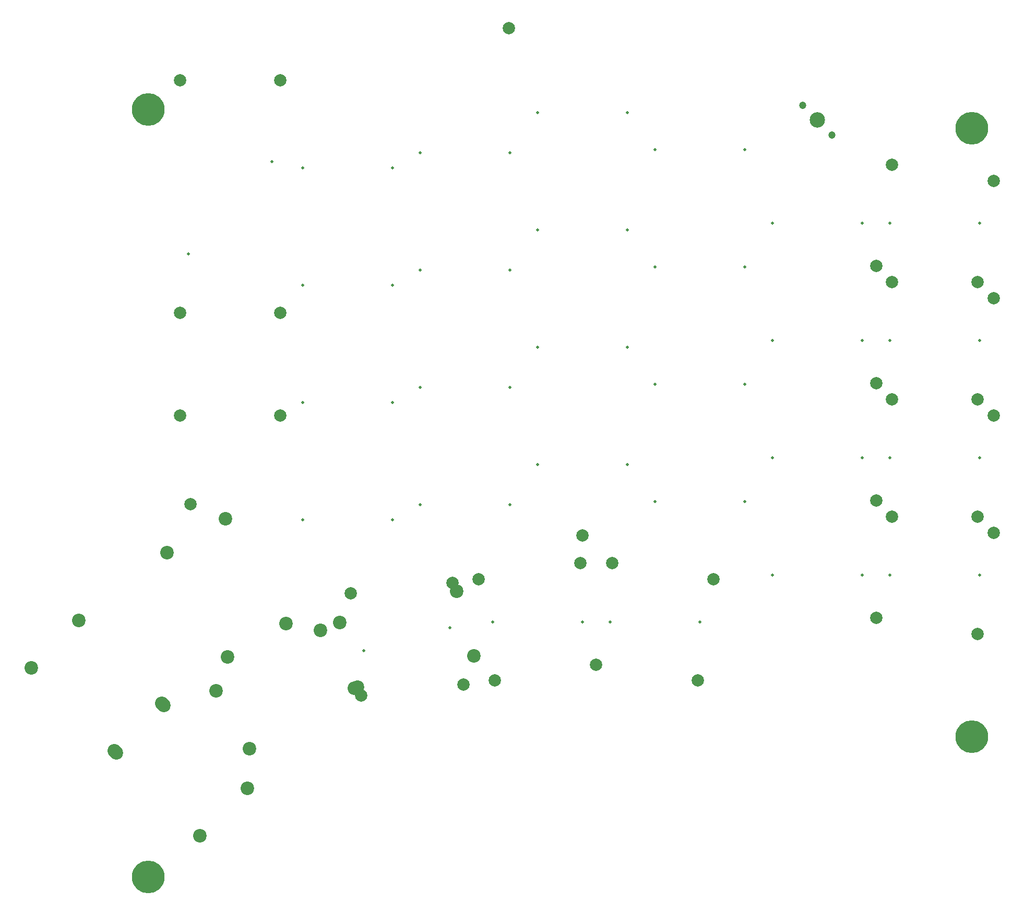
<source format=gbs>
%TF.GenerationSoftware,KiCad,Pcbnew,5.1.12-84ad8e8a86~92~ubuntu20.04.1*%
%TF.CreationDate,2021-11-14T23:56:41+01:00*%
%TF.ProjectId,LergoTopPlate_LessRouting,4c657267-6f54-46f7-9050-6c6174655f4c,v1.A*%
%TF.SameCoordinates,Original*%
%TF.FileFunction,Soldermask,Bot*%
%TF.FilePolarity,Negative*%
%FSLAX46Y46*%
G04 Gerber Fmt 4.6, Leading zero omitted, Abs format (unit mm)*
G04 Created by KiCad (PCBNEW 5.1.12-84ad8e8a86~92~ubuntu20.04.1) date 2021-11-14 23:56:41*
%MOMM*%
%LPD*%
G01*
G04 APERTURE LIST*
%ADD10C,2.000000*%
%ADD11C,0.500000*%
%ADD12C,2.200000*%
%ADD13C,5.300000*%
%ADD14C,1.200000*%
%ADD15C,2.500000*%
G04 APERTURE END LIST*
D10*
X171285000Y-125043750D03*
X190335000Y-111196250D03*
D11*
X173560000Y-118120000D03*
X188060000Y-118120000D03*
D10*
X173886250Y-108595000D03*
X187733750Y-127645000D03*
X152235000Y-111196250D03*
X171285000Y-125043750D03*
D11*
X154510000Y-118120000D03*
X169010000Y-118120000D03*
D10*
X154836250Y-127645000D03*
X168683750Y-108595000D03*
X133166555Y-130063080D03*
X147983445Y-111756920D03*
D11*
X133572038Y-122786438D03*
X147577962Y-119033562D03*
D10*
X131421920Y-113501555D03*
X149728080Y-128318445D03*
X216675000Y-117473750D03*
X235725000Y-103626250D03*
D11*
X218950000Y-110550000D03*
X233450000Y-110550000D03*
D10*
X219276250Y-101025000D03*
X233123750Y-120075000D03*
X216675000Y-98423750D03*
X235725000Y-84576250D03*
D11*
X218950000Y-91500000D03*
X233450000Y-91500000D03*
D10*
X219276250Y-81975000D03*
X233123750Y-101025000D03*
X216675000Y-79373750D03*
X235725000Y-65526250D03*
D11*
X218950000Y-72450000D03*
X233450000Y-72450000D03*
D10*
X219276250Y-62925000D03*
X233123750Y-81975000D03*
X216675000Y-60323750D03*
X235725000Y-46476250D03*
D11*
X218950000Y-53400000D03*
X233450000Y-53400000D03*
D10*
X219276250Y-43875000D03*
X233123750Y-62925000D03*
D12*
X132515357Y-128713975D03*
X151447503Y-123641122D03*
X129694229Y-118185384D03*
X148626375Y-113112531D03*
X87323251Y-117849006D03*
X101182543Y-131708298D03*
X79615787Y-125556470D03*
X93475079Y-139415762D03*
X106945463Y-152886146D03*
X93086171Y-139026854D03*
X114652927Y-145178682D03*
X100793635Y-131319390D03*
X111480544Y-123806366D03*
X101680544Y-106832268D03*
X120920220Y-118356366D03*
X111120220Y-101382268D03*
X132037431Y-128911939D03*
X115063333Y-138711939D03*
X126587431Y-119472263D03*
X109613333Y-129272263D03*
D11*
X138200000Y-44400000D03*
X123700000Y-44400000D03*
X157250000Y-60950000D03*
X142750000Y-60950000D03*
X214400000Y-72450000D03*
X199900000Y-72450000D03*
X214400000Y-91500000D03*
X199900000Y-91500000D03*
X195350000Y-79500000D03*
X180850000Y-79500000D03*
X176300000Y-73500000D03*
X161800000Y-73500000D03*
X138200000Y-82500000D03*
X123700000Y-82500000D03*
X157250000Y-80000000D03*
X142750000Y-80000000D03*
X138200000Y-101550000D03*
X123700000Y-101550000D03*
X138200000Y-63450000D03*
X123700000Y-63450000D03*
X157250000Y-41900000D03*
X142750000Y-41900000D03*
X176300000Y-92550000D03*
X161800000Y-92550000D03*
X176300000Y-54450000D03*
X161800000Y-54450000D03*
X176300000Y-35400000D03*
X161800000Y-35400000D03*
X195350000Y-98550000D03*
X180850000Y-98550000D03*
X195350000Y-60450000D03*
X180850000Y-60450000D03*
X195350000Y-41400000D03*
X180850000Y-41400000D03*
X214400000Y-110550000D03*
X199900000Y-110550000D03*
X214400000Y-53400000D03*
X199900000Y-53400000D03*
X157250000Y-99050000D03*
X142750000Y-99050000D03*
D13*
X232220381Y-136740000D03*
X98638899Y-159529137D03*
X98638899Y-34932171D03*
X232220381Y-37928844D03*
D14*
X209531250Y-39018750D03*
X204768750Y-34256250D03*
D15*
X207150000Y-36637500D03*
D11*
X118650000Y-43387500D03*
X105150000Y-58387500D03*
D10*
X103756250Y-84581250D03*
X120043750Y-30157500D03*
X120043750Y-67912500D03*
X103756250Y-67912500D03*
X103756250Y-30157500D03*
X120043750Y-84581250D03*
X105500000Y-99000000D03*
X169050000Y-104050000D03*
X157143750Y-21659375D03*
M02*

</source>
